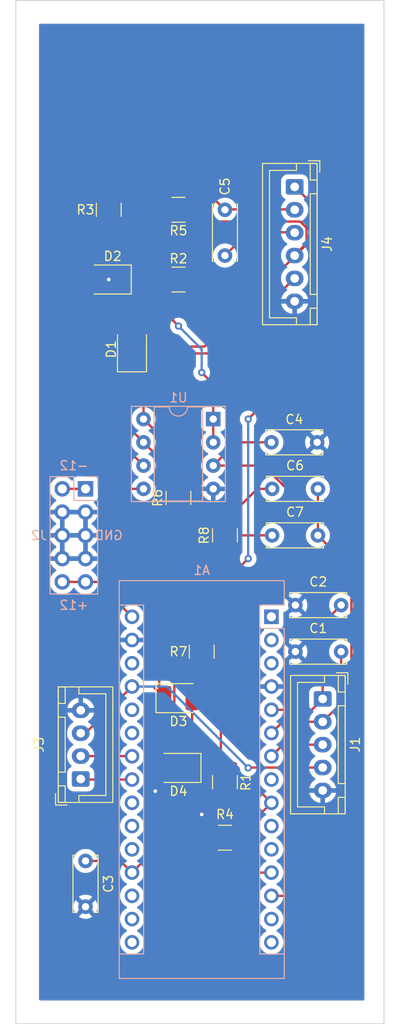
<source format=kicad_pcb>
(kicad_pcb (version 20211014) (generator pcbnew)
  (layers (0 "F.Cu" signal) (31 "B.Cu" signal) (34 "B.Paste" user) (35 "F.Paste" user) (36 "B.SilkS" user "B.Silkscreen") (37 "F.SilkS" user "F.Silkscreen") (38 "B.Mask" user) (39 "F.Mask" user) (44 "Edge.Cuts" user))
  (net 0 "")
  (net 4 "GND")
  (net 5 "EncoderCLK")
  (net 6 "EncoderDT")
  (net 7 "EncoderSW")
  (net 9 "ExternalTrigger")
  (net 12 "OffsetOut")
  (net 13 "LowPassInput")
  (net 19 "SignalIn")
  (net 23 "OLEDData")
  (net 24 "OLEDClock")
  (net 27 "+5V")
  (net 29 "+12V")
  (net 30 "Net-(C4-Pad1)")
  (net 31 "DCInput")
  (net 32 "ACInput")
  (net 33 "Net-(C6-Pad2)")
  (net 34 "Net-(D1-Pad2)")
  (net 35 "-12V")
  (net 36 "TriggerJack")
  (net 37 "PreGain")
  (net 38 "PostGain")
  (net 39 "OffsetVoltage")
  (footprint "Diode_SMD:D_1210_3225Metric_Pad1.42x2.65mm_HandSolder" (layer "F.Cu") (at 60.96 106.68)
    (fp_text reference "D3" (at 0 2.54) (layer "F.SilkS"))
    (fp_text value "D_Schottky")
    (fp_line (start -2.46 -1.585) (end -2.46 1.585) (layer "F.SilkS") (width 0.12))
    (fp_line (start 1.6 -1.585) (end -2.46 -1.585) (layer "F.SilkS") (width 0.12))
    (fp_line (start -2.46 1.585) (end 1.6 1.585) (layer "F.SilkS") (width 0.12))
    (pad "1" smd roundrect (at -1.4875 0) (size 1.425 2.65) (layers "F.Cu" "F.Paste" "F.Mask") (roundrect_rratio 0.175439) (net 27 "+5V"))
    (pad "2" smd roundrect (at 1.4875 0) (size 1.425 2.65) (layers "F.Cu" "F.Paste" "F.Mask") (roundrect_rratio 0.175439) (net 9 "ExternalTrigger"))
  )
  (footprint "Resistor_SMD:R_1210_3225Metric_Pad1.30x2.65mm_HandSolder" (layer "F.Cu") (at 66.04 88.9 90)
    (fp_text reference "R8" (at 0 -2.28 90) (layer "F.SilkS"))
    (fp_text value "1k O")
    (fp_line (start -0.723737 1.355) (end 0.723737 1.355) (layer "F.SilkS") (width 0.12))
    (fp_line (start -0.723737 -1.355) (end 0.723737 -1.355) (layer "F.SilkS") (width 0.12))
    (pad "1" smd roundrect (at -1.55 0 90) (size 1.3 2.65) (layers "F.Cu" "F.Paste" "F.Mask") (roundrect_rratio 0.192308) (net 19 "SignalIn"))
    (pad "2" smd roundrect (at 1.55 0 90) (size 1.3 2.65) (layers "F.Cu" "F.Paste" "F.Mask") (roundrect_rratio 0.192308) (net 33 "Net-(C6-Pad2)"))
  )
  (footprint "Capacitor_THT:C_Disc_D6.0mm_W2.5mm_P5.00mm" (layer "F.Cu") (at 66.04 53.34 -90)
    (fp_text reference "C5" (at -2.54 0 90) (layer "F.SilkS"))
    (fp_text value "4.7 uF")
    (fp_line (start 5.62 0.925) (end 5.62 1.37) (layer "F.SilkS") (width 0.12))
    (fp_line (start 5.62 -1.37) (end 5.62 -0.925) (layer "F.SilkS") (width 0.12))
    (fp_line (start -0.62 0.925) (end -0.62 1.37) (layer "F.SilkS") (width 0.12))
    (fp_line (start -0.62 1.37) (end 5.62 1.37) (layer "F.SilkS") (width 0.12))
    (fp_line (start -0.62 -1.37) (end -0.62 -0.925) (layer "F.SilkS") (width 0.12))
    (fp_line (start -0.62 -1.37) (end 5.62 -1.37) (layer "F.SilkS") (width 0.12))
    (pad "1" thru_hole circle (at 0 0 270) (size 1.6 1.6) (drill 0.8) (layers *.Cu *.Mask) (net 31 "DCInput"))
    (pad "2" thru_hole circle (at 5 0 270) (size 1.6 1.6) (drill 0.8) (layers *.Cu *.Mask) (net 32 "ACInput"))
  )
  (footprint "Diode_SMD:D_1210_3225Metric_Pad1.42x2.65mm_HandSolder" (layer "F.Cu") (at 60.96 114.3 180)
    (fp_text reference "D4" (at 0 -2.54) (layer "F.SilkS"))
    (fp_text value "D_Schottky")
    (fp_line (start -2.46 -1.585) (end -2.46 1.585) (layer "F.SilkS") (width 0.12))
    (fp_line (start 1.6 -1.585) (end -2.46 -1.585) (layer "F.SilkS") (width 0.12))
    (fp_line (start -2.46 1.585) (end 1.6 1.585) (layer "F.SilkS") (width 0.12))
    (pad "1" smd roundrect (at -1.4875 0 180) (size 1.425 2.65) (layers "F.Cu" "F.Paste" "F.Mask") (roundrect_rratio 0.175439) (net 9 "ExternalTrigger"))
    (pad "2" smd roundrect (at 1.4875 0 180) (size 1.425 2.65) (layers "F.Cu" "F.Paste" "F.Mask") (roundrect_rratio 0.175439) (net 4 "GND"))
  )
  (footprint "Resistor_SMD:R_1210_3225Metric_Pad1.30x2.65mm_HandSolder" (layer "F.Cu") (at 63.5 101.6 -90)
    (fp_text reference "R7" (at 0 2.54 180) (layer "F.SilkS"))
    (fp_text value "1k O")
    (fp_line (start -0.723737 -1.355) (end 0.723737 -1.355) (layer "F.SilkS") (width 0.12))
    (fp_line (start -0.723737 1.355) (end 0.723737 1.355) (layer "F.SilkS") (width 0.12))
    (pad "1" smd roundrect (at -1.55 0 270) (size 1.3 2.65) (layers "F.Cu" "F.Paste" "F.Mask") (roundrect_rratio 0.192308) (net 36 "TriggerJack"))
    (pad "2" smd roundrect (at 1.55 0 270) (size 1.3 2.65) (layers "F.Cu" "F.Paste" "F.Mask") (roundrect_rratio 0.192308) (net 9 "ExternalTrigger"))
  )
  (footprint "Resistor_SMD:R_1210_3225Metric_Pad1.30x2.65mm_HandSolder" (layer "F.Cu") (at 60.96 84.81 90)
    (fp_text reference "R6" (at 0 -2.28 90) (layer "F.SilkS"))
    (fp_text value "1k O")
    (fp_line (start -0.723737 1.355) (end 0.723737 1.355) (layer "F.SilkS") (width 0.12))
    (fp_line (start -0.723737 -1.355) (end 0.723737 -1.355) (layer "F.SilkS") (width 0.12))
    (pad "1" smd roundrect (at -1.55 0 90) (size 1.3 2.65) (layers "F.Cu" "F.Paste" "F.Mask") (roundrect_rratio 0.192308) (net 33 "Net-(C6-Pad2)"))
    (pad "2" smd roundrect (at 1.55 0 90) (size 1.3 2.65) (layers "F.Cu" "F.Paste" "F.Mask") (roundrect_rratio 0.192308) (net 38 "PostGain"))
  )
  (footprint "Diode_SMD:D_1210_3225Metric_Pad1.42x2.65mm_HandSolder" (layer "F.Cu") (at 53.34 60.96 180)
    (fp_text reference "D2" (at -0.43 2.54) (layer "F.SilkS"))
    (fp_text value "D_Schottky")
    (fp_line (start -2.46 -1.585) (end -2.46 1.585) (layer "F.SilkS") (width 0.12))
    (fp_line (start -2.46 1.585) (end 1.6 1.585) (layer "F.SilkS") (width 0.12))
    (fp_line (start 1.6 -1.585) (end -2.46 -1.585) (layer "F.SilkS") (width 0.12))
    (pad "1" smd roundrect (at -1.4875 0 180) (size 1.425 2.65) (layers "F.Cu" "F.Paste" "F.Mask") (roundrect_rratio 0.175439) (net 34 "Net-(D1-Pad2)"))
    (pad "2" smd roundrect (at 1.4875 0 180) (size 1.425 2.65) (layers "F.Cu" "F.Paste" "F.Mask") (roundrect_rratio 0.175439) (net 4 "GND"))
  )
  (footprint "Connector_JST:JST_XH_B6B-XH-A_1x06_P2.50mm_Vertical" (layer "F.Cu") (at 73.66 50.84 -90)
    (fp_text reference "J4" (at 6.25 -3.55 90) (layer "F.SilkS"))
    (fp_text value "Input Header")
    (fp_line (start 15.06 3.51) (end 15.06 -2.46) (layer "F.SilkS") (width 0.12))
    (fp_line (start -2.55 -2.45) (end -2.55 -1.7) (layer "F.SilkS") (width 0.12))
    (fp_line (start 15.06 -2.46) (end -2.56 -2.46) (layer "F.SilkS") (width 0.12))
    (fp_line (start 14.3 2.75) (end 6.25 2.75) (layer "F.SilkS") (width 0.12))
    (fp_line (start 0.75 -1.7) (end 11.75 -1.7) (layer "F.SilkS") (width 0.12))
    (fp_line (start -2.56 -2.46) (end -2.56 3.51) (layer "F.SilkS") (width 0.12))
    (fp_line (start -0.75 -2.45) (end -2.55 -2.45) (layer "F.SilkS") (width 0.12))
    (fp_line (start 13.25 -1.7) (end 15.05 -1.7) (layer "F.SilkS") (width 0.12))
    (fp_line (start -2.85 -2.75) (end -2.85 -1.5) (layer "F.SilkS") (width 0.12))
    (fp_line (start -1.8 -0.2) (end -1.8 2.75) (layer "F.SilkS") (width 0.12))
    (fp_line (start 0.75 -2.45) (end 0.75 -1.7) (layer "F.SilkS") (width 0.12))
    (fp_line (start -2.55 -0.2) (end -1.8 -0.2) (layer "F.SilkS") (width 0.12))
    (fp_line (start 14.3 -0.2) (end 14.3 2.75) (layer "F.SilkS") (width 0.12))
    (fp_line (start -2.55 -1.7) (end -0.75 -1.7) (layer "F.SilkS") (width 0.12))
    (fp_line (start 11.75 -1.7) (end 11.75 -2.45) (layer "F.SilkS") (width 0.12))
    (fp_line (start -2.56 3.51) (end 15.06 3.51) (layer "F.SilkS") (width 0.12))
    (fp_line (start -0.75 -1.7) (end -0.75 -2.45) (layer "F.SilkS") (width 0.12))
    (fp_line (start -1.6 -2.75) (end -2.85 -2.75) (layer "F.SilkS") (width 0.12))
    (fp_line (start 11.75 -2.45) (end 0.75 -2.45) (layer "F.SilkS") (width 0.12))
    (fp_line (start 15.05 -0.2) (end 14.3 -0.2) (layer "F.SilkS") (width 0.12))
    (fp_line (start -1.8 2.75) (end 6.25 2.75) (layer "F.SilkS") (width 0.12))
    (fp_line (start 13.25 -2.45) (end 13.25 -1.7) (layer "F.SilkS") (width 0.12))
    (fp_line (start 15.05 -2.45) (end 13.25 -2.45) (layer "F.SilkS") (width 0.12))
    (fp_line (start 15.05 -1.7) (end 15.05 -2.45) (layer "F.SilkS") (width 0.12))
    (pad "1" thru_hole roundrect (at 0 0 270) (size 1.7 1.95) (drill 0.95) (layers *.Cu *.Mask) (roundrect_rratio 0.147059) (net 36 "TriggerJack"))
    (pad "2" thru_hole oval (at 2.5 0 270) (size 1.7 1.95) (drill 0.95) (layers *.Cu *.Mask) (net 31 "DCInput"))
    (pad "3" thru_hole oval (at 5 0 270) (size 1.7 1.95) (drill 0.95) (layers *.Cu *.Mask) (net 32 "ACInput"))
    (pad "4" thru_hole oval (at 7.5 0 270) (size 1.7 1.95) (drill 0.95) (layers *.Cu *.Mask) (net 37 "PreGain"))
    (pad "5" thru_hole oval (at 10 0 270) (size 1.7 1.95) (drill 0.95) (layers *.Cu *.Mask) (net 38 "PostGain"))
    (pad "6" thru_hole oval (at 12.5 0 270) (size 1.7 1.95) (drill 0.95) (layers *.Cu *.Mask) (net 4 "GND"))
  )
  (footprint "Capacitor_THT:C_Disc_D6.0mm_W2.5mm_P5.00mm" (layer "F.Cu") (at 50.8 124.46 -90)
    (fp_text reference "C3" (at 2.5 -2.5 90) (layer "F.SilkS"))
    (fp_text value "470pf")
    (fp_line (start -0.62 0.925) (end -0.62 1.37) (layer "F.SilkS") (width 0.12))
    (fp_line (start -0.62 1.37) (end 5.62 1.37) (layer "F.SilkS") (width 0.12))
    (fp_line (start 5.62 0.925) (end 5.62 1.37) (layer "F.SilkS") (width 0.12))
    (fp_line (start -0.62 -1.37) (end -0.62 -0.925) (layer "F.SilkS") (width 0.12))
    (fp_line (start 5.62 -1.37) (end 5.62 -0.925) (layer "F.SilkS") (width 0.12))
    (fp_line (start -0.62 -1.37) (end 5.62 -1.37) (layer "F.SilkS") (width 0.12))
    (pad "1" thru_hole circle (at 0 0 270) (size 1.6 1.6) (drill 0.8) (layers *.Cu *.Mask) (net 19 "SignalIn"))
    (pad "2" thru_hole circle (at 5 0 270) (size 1.6 1.6) (drill 0.8) (layers *.Cu *.Mask) (net 4 "GND"))
  )
  (footprint "Connector_JST:JST_XH_B4B-XH-A_1x04_P2.50mm_Vertical" (layer "F.Cu") (at 50.275 115.51 90)
    (fp_text reference "J3" (at 3.75 -4.555 90) (layer "F.SilkS"))
    (fp_text value "OLED Header")
    (fp_line (start 10.05 -0.2) (end 9.3 -0.2) (layer "F.SilkS") (width 0.12))
    (fp_line (start -1.8 2.75) (end 3.75 2.75) (layer "F.SilkS") (width 0.12))
    (fp_line (start -1.8 -0.2) (end -1.8 2.75) (layer "F.SilkS") (width 0.12))
    (fp_line (start 10.06 -2.46) (end -2.56 -2.46) (layer "F.SilkS") (width 0.12))
    (fp_line (start 8.25 -2.45) (end 8.25 -1.7) (layer "F.SilkS") (width 0.12))
    (fp_line (start -2.55 -2.45) (end -2.55 -1.7) (layer "F.SilkS") (width 0.12))
    (fp_line (start 0.75 -2.45) (end 0.75 -1.7) (layer "F.SilkS") (width 0.12))
    (fp_line (start -1.6 -2.75) (end -2.85 -2.75) (layer "F.SilkS") (width 0.12))
    (fp_line (start -0.75 -2.45) (end -2.55 -2.45) (layer "F.SilkS") (width 0.12))
    (fp_line (start -2.56 3.51) (end 10.06 3.51) (layer "F.SilkS") (width 0.12))
    (fp_line (start 9.3 2.75) (end 3.75 2.75) (layer "F.SilkS") (width 0.12))
    (fp_line (start 10.05 -2.45) (end 8.25 -2.45) (layer "F.SilkS") (width 0.12))
    (fp_line (start 0.75 -1.7) (end 6.75 -1.7) (layer "F.SilkS") (width 0.12))
    (fp_line (start 10.06 3.51) (end 10.06 -2.46) (layer "F.SilkS") (width 0.12))
    (fp_line (start -2.55 -0.2) (end -1.8 -0.2) (layer "F.SilkS") (width 0.12))
    (fp_line (start -2.55 -1.7) (end -0.75 -1.7) (layer "F.SilkS") (width 0.12))
    (fp_line (start 8.25 -1.7) (end 10.05 -1.7) (layer "F.SilkS") (width 0.12))
    (fp_line (start 6.75 -1.7) (end 6.75 -2.45) (layer "F.SilkS") (width 0.12))
    (fp_line (start 9.3 -0.2) (end 9.3 2.75) (layer "F.SilkS") (width 0.12))
    (fp_line (start 10.05 -1.7) (end 10.05 -2.45) (layer "F.SilkS") (width 0.12))
    (fp_line (start -2.85 -2.75) (end -2.85 -1.5) (layer "F.SilkS") (width 0.12))
    (fp_line (start 6.75 -2.45) (end 0.75 -2.45) (layer "F.SilkS") (width 0.12))
    (fp_line (start -0.75 -1.7) (end -0.75 -2.45) (layer "F.SilkS") (width 0.12))
    (fp_line (start -2.56 -2.46) (end -2.56 3.51) (layer "F.SilkS") (width 0.12))
    (pad "1" thru_hole roundrect (at 0 0 90) (size 1.7 1.95) (drill 0.95) (layers *.Cu *.Mask) (roundrect_rratio 0.147059) (net 23 "OLEDData"))
    (pad "2" thru_hole oval (at 2.5 0 90) (size 1.7 1.95) (drill 0.95) (layers *.Cu *.Mask) (net 24 "OLEDClock"))
    (pad "3" thru_hole oval (at 5 0 90) (size 1.7 1.95) (drill 0.95) (layers *.Cu *.Mask) (net 27 "+5V"))
    (pad "4" thru_hole oval (at 7.5 0 90) (size 1.7 1.95) (drill 0.95) (layers *.Cu *.Mask) (net 4 "GND"))
  )
  (footprint "Capacitor_THT:C_Disc_D6.0mm_W2.5mm_P5.00mm" (layer "F.Cu") (at 71.12 78.74)
    (fp_text reference "C4" (at 2.5 -2.5) (layer "F.SilkS"))
    (fp_text value "1uF")
    (fp_line (start -0.62 -1.37) (end 5.62 -1.37) (layer "F.SilkS") (width 0.12))
    (fp_line (start -0.62 -1.37) (end -0.62 -0.925) (layer "F.SilkS") (width 0.12))
    (fp_line (start -0.62 1.37) (end 5.62 1.37) (layer "F.SilkS") (width 0.12))
    (fp_line (start 5.62 0.925) (end 5.62 1.37) (layer "F.SilkS") (width 0.12))
    (fp_line (start -0.62 0.925) (end -0.62 1.37) (layer "F.SilkS") (width 0.12))
    (fp_line (start 5.62 -1.37) (end 5.62 -0.925) (layer "F.SilkS") (width 0.12))
    (pad "1" thru_hole circle (at 0 0) (size 1.6 1.6) (drill 0.8) (layers *.Cu *.Mask) (net 30 "Net-(C4-Pad1)"))
    (pad "2" thru_hole circle (at 5 0) (size 1.6 1.6) (drill 0.8) (layers *.Cu *.Mask) (net 4 "GND"))
  )
  (footprint "Resistor_SMD:R_1210_3225Metric_Pad1.30x2.65mm_HandSolder" (layer "F.Cu") (at 60.96 60.96)
    (fp_text reference "R2" (at 0 -2.28) (layer "F.SilkS"))
    (fp_text value "10k O")
    (fp_line (start -0.723737 1.355) (end 0.723737 1.355) (layer "F.SilkS") (width 0.12))
    (fp_line (start -0.723737 -1.355) (end 0.723737 -1.355) (layer "F.SilkS") (width 0.12))
    (pad "1" smd roundrect (at -1.55 0) (size 1.3 2.65) (layers "F.Cu" "F.Paste" "F.Mask") (roundrect_rratio 0.192308) (net 34 "Net-(D1-Pad2)"))
    (pad "2" smd roundrect (at 1.55 0) (size 1.3 2.65) (layers "F.Cu" "F.Paste" "F.Mask") (roundrect_rratio 0.192308) (net 31 "DCInput"))
  )
  (footprint "Capacitor_THT:C_Disc_D6.0mm_W2.5mm_P5.00mm" (layer "F.Cu") (at 76.2 83.82 180)
    (fp_text reference "C6" (at 2.5 2.54) (layer "F.SilkS"))
    (fp_text value "22 nF")
    (fp_line (start 5.62 0.925) (end 5.62 1.37) (layer "F.SilkS") (width 0.12))
    (fp_line (start -0.62 -1.37) (end -0.62 -0.925) (layer "F.SilkS") (width 0.12))
    (fp_line (start -0.62 0.925) (end -0.62 1.37) (layer "F.SilkS") (width 0.12))
    (fp_line (start -0.62 1.37) (end 5.62 1.37) (layer "F.SilkS") (width 0.12))
    (fp_line (start 5.62 -1.37) (end 5.62 -0.925) (layer "F.SilkS") (width 0.12))
    (fp_line (start -0.62 -1.37) (end 5.62 -1.37) (layer "F.SilkS") (width 0.12))
    (pad "1" thru_hole circle (at 0 0 180) (size 1.6 1.6) (drill 0.8) (layers *.Cu *.Mask) (net 13 "LowPassInput"))
    (pad "2" thru_hole circle (at 5 0 180) (size 1.6 1.6) (drill 0.8) (layers *.Cu *.Mask) (net 33 "Net-(C6-Pad2)"))
  )
  (footprint "Resistor_SMD:R_1210_3225Metric_Pad1.30x2.65mm_HandSolder" (layer "F.Cu") (at 66.04 121.92 180)
    (fp_text reference "R4" (at 0 2.54) (layer "F.SilkS"))
    (fp_text value "100k O")
    (fp_line (start -0.723737 1.355) (end 0.723737 1.355) (layer "F.SilkS") (width 0.12))
    (fp_line (start -0.723737 -1.355) (end 0.723737 -1.355) (layer "F.SilkS") (width 0.12))
    (pad "1" smd roundrect (at -1.55 0 180) (size 1.3 2.65) (layers "F.Cu" "F.Paste" "F.Mask") (roundrect_rratio 0.192308) (net 9 "ExternalTrigger"))
    (pad "2" smd roundrect (at 1.55 0 180) (size 1.3 2.65) (layers "F.Cu" "F.Paste" "F.Mask") (roundrect_rratio 0.192308) (net 4 "GND"))
  )
  (footprint "Resistor_SMD:R_1210_3225Metric_Pad1.30x2.65mm_HandSolder" (layer "F.Cu") (at 53.34 53.34 90)
    (fp_text reference "R3" (at 0 -2.54 180) (layer "F.SilkS"))
    (fp_text value "47k O")
    (fp_line (start -0.723737 -1.355) (end 0.723737 -1.355) (layer "F.SilkS") (width 0.12))
    (fp_line (start -0.723737 1.355) (end 0.723737 1.355) (layer "F.SilkS") (width 0.12))
    (pad "1" smd roundrect (at -1.55 0 90) (size 1.3 2.65) (layers "F.Cu" "F.Paste" "F.Mask") (roundrect_rratio 0.192308) (net 34 "Net-(D1-Pad2)"))
    (pad "2" smd roundrect (at 1.55 0 90) (size 1.3 2.65) (layers "F.Cu" "F.Paste" "F.Mask") (roundrect_rratio 0.192308) (net 39 "OffsetVoltage"))
  )
  (footprint "Capacitor_THT:C_Disc_D6.0mm_W2.5mm_P5.00mm" (layer "F.Cu") (at 78.74 101.6 180)
    (fp_text reference "C1" (at 2.5 2.54) (layer "F.SilkS"))
    (fp_text value "0.01uF")
    (fp_line (start -0.62 -1.37) (end -0.62 -0.925) (layer "F.SilkS") (width 0.12))
    (fp_line (start -0.62 0.925) (end -0.62 1.37) (layer "F.SilkS") (width 0.12))
    (fp_line (start -0.62 -1.37) (end 5.62 -1.37) (layer "F.SilkS") (width 0.12))
    (fp_line (start 5.62 -1.37) (end 5.62 -0.925) (layer "F.SilkS") (width 0.12))
    (fp_line (start -0.62 1.37) (end 5.62 1.37) (layer "F.SilkS") (width 0.12))
    (fp_line (start 5.62 0.925) (end 5.62 1.37) (layer "F.SilkS") (width 0.12))
    (pad "1" thru_hole circle (at 0 0 180) (size 1.6 1.6) (drill 0.8) (layers *.Cu *.Mask) (net 6 "EncoderDT"))
    (pad "2" thru_hole circle (at 5 0 180) (size 1.6 1.6) (drill 0.8) (layers *.Cu *.Mask) (net 4 "GND"))
  )
  (footprint "Capacitor_THT:C_Disc_D6.0mm_W2.5mm_P5.00mm" (layer "F.Cu") (at 78.74 96.52 180)
    (fp_text reference "C2" (at 2.5 2.54) (layer "F.SilkS"))
    (fp_text value "0.01uF")
    (fp_line (start -0.62 1.37) (end 5.62 1.37) (layer "F.SilkS") (width 0.12))
    (fp_line (start -0.62 0.925) (end -0.62 1.37) (layer "F.SilkS") (width 0.12))
    (fp_line (start 5.62 -1.37) (end 5.62 -0.925) (layer "F.SilkS") (width 0.12))
    (fp_line (start -0.62 -1.37) (end 5.62 -1.37) (layer "F.SilkS") (width 0.12))
    (fp_line (start -0.62 -1.37) (end -0.62 -0.925) (layer "F.SilkS") (width 0.12))
    (fp_line (start 5.62 0.925) (end 5.62 1.37) (layer "F.SilkS") (width 0.12))
    (pad "1" thru_hole circle (at 0 0 180) (size 1.6 1.6) (drill 0.8) (layers *.Cu *.Mask) (net 5 "EncoderCLK"))
    (pad "2" thru_hole circle (at 5 0 180) (size 1.6 1.6) (drill 0.8) (layers *.Cu *.Mask) (net 4 "GND"))
  )
  (footprint "Resistor_SMD:R_1210_3225Metric_Pad1.30x2.65mm_HandSolder" (layer "F.Cu") (at 66.04 115.85 -90)
    (fp_text reference "R1" (at 0 -2.28 90) (layer "F.SilkS"))
    (fp_text value "47k O")
    (fp_line (start -0.723737 -1.355) (end 0.723737 -1.355) (layer "F.SilkS") (width 0.12))
    (fp_line (start -0.723737 1.355) (end 0.723737 1.355) (layer "F.SilkS") (width 0.12))
    (pad "1" smd roundrect (at -1.55 0 270) (size 1.3 2.65) (layers "F.Cu" "F.Paste" "F.Mask") (roundrect_rratio 0.192308) (net 30 "Net-(C4-Pad1)"))
    (pad "2" smd roundrect (at 1.55 0 270) (size 1.3 2.65) (layers "F.Cu" "F.Paste" "F.Mask") (roundrect_rratio 0.192308) (net 12 "OffsetOut"))
  )
  (footprint "Resistor_SMD:R_1210_3225Metric_Pad1.30x2.65mm_HandSolder" (layer "F.Cu") (at 60.96 53.34 180)
    (fp_text reference "R5" (at 0 -2.28) (layer "F.SilkS"))
    (fp_text value "10k O")
    (fp_line (start -0.723737 -1.355) (end 0.723737 -1.355) (layer "F.SilkS") (width 0.12))
    (fp_line (start -0.723737 1.355) (end 0.723737 1.355) (layer "F.SilkS") (width 0.12))
    (pad "1" smd roundrect (at -1.55 0 180) (size 1.3 2.65) (layers "F.Cu" "F.Paste" "F.Mask") (roundrect_rratio 0.192308) (net 37 "PreGain"))
    (pad "2" smd roundrect (at 1.55 0 180) (size 1.3 2.65) (layers "F.Cu" "F.Paste" "F.Mask") (roundrect_rratio 0.192308) (net 39 "OffsetVoltage"))
  )
  (footprint "Capacitor_THT:C_Disc_D6.0mm_W2.5mm_P5.00mm" (layer "F.Cu") (at 76.2 88.9 180)
    (fp_text reference "C7" (at 2.5 2.54) (layer "F.SilkS"))
    (fp_text value "22 nF")
    (fp_line (start -0.62 0.925) (end -0.62 1.37) (layer "F.SilkS") (width 0.12))
    (fp_line (start 5.62 -1.37) (end 5.62 -0.925) (layer "F.SilkS") (width 0.12))
    (fp_line (start 5.62 0.925) (end 5.62 1.37) (layer "F.SilkS") (width 0.12))
    (fp_line (start -0.62 -1.37) (end -0.62 -0.925) (layer "F.SilkS") (width 0.12))
    (fp_line (start -0.62 1.37) (end 5.62 1.37) (layer "F.SilkS") (width 0.12))
    (fp_line (start -0.62 -1.37) (end 5.62 -1.37) (layer "F.SilkS") (width 0.12))
    (pad "1" thru_hole circle (at 0 0 180) (size 1.6 1.6) (drill 0.8) (layers *.Cu *.Mask) (net 13 "LowPassInput"))
    (pad "2" thru_hole circle (at 5 0 180) (size 1.6 1.6) (drill 0.8) (layers *.Cu *.Mask) (net 19 "SignalIn"))
  )
  (footprint "Connector_JST:JST_XH_B5B-XH-A_1x05_P2.50mm_Vertical" (layer "F.Cu") (at 76.725 106.76 -90)
    (fp_text reference "J1" (at 5 -3.55 90) (layer "F.SilkS"))
    (fp_text value "Encoder Header")
    (fp_line (start 12.56 3.51) (end 12.56 -2.46) (layer "F.SilkS") (width 0.12))
    (fp_line (start -2.55 -2.45) (end -2.55 -1.7) (layer "F.SilkS") (width 0.12))
    (fp_line (start 11.8 -0.2) (end 11.8 2.75) (layer "F.SilkS") (width 0.12))
    (fp_line (start -2.56 -2.46) (end -2.56 3.51) (layer "F.SilkS") (width 0.12))
    (fp_line (start -1.6 -2.75) (end -2.85 -2.75) (layer "F.SilkS") (width 0.12))
    (fp_line (start 11.8 2.75) (end 5 2.75) (layer "F.SilkS") (width 0.12))
    (fp_line (start -1.8 -0.2) (end -1.8 2.75) (layer "F.SilkS") (width 0.12))
    (fp_line (start -2.55 -1.7) (end -0.75 -1.7) (layer "F.SilkS") (width 0.12))
    (fp_line (start 0.75 -2.45) (end 0.75 -1.7) (layer "F.SilkS") (width 0.12))
    (fp_line (start -0.75 -1.7) (end -0.75 -2.45) (layer "F.SilkS") (width 0.12))
    (fp_line (start 10.75 -2.45) (end 10.75 -1.7) (layer "F.SilkS") (width 0.12))
    (fp_line (start 12.55 -0.2) (end 11.8 -0.2) (layer "F.SilkS") (width 0.12))
    (fp_line (start -2.85 -2.75) (end -2.85 -1.5) (layer "F.SilkS") (width 0.12))
    (fp_line (start 0.75 -1.7) (end 9.25 -1.7) (layer "F.SilkS") (width 0.12))
    (fp_line (start 12.56 -2.46) (end -2.56 -2.46) (layer "F.SilkS") (width 0.12))
    (fp_line (start -1.8 2.75) (end 5 2.75) (layer "F.SilkS") (width 0.12))
    (fp_line (start 9.25 -1.7) (end 9.25 -2.45) (layer "F.SilkS") (width 0.12))
    (fp_line (start -0.75 -2.45) (end -2.55 -2.45) (layer "F.SilkS") (width 0.12))
    (fp_line (start 12.55 -1.7) (end 12.55 -2.45) (layer "F.SilkS") (width 0.12))
    (fp_line (start 10.75 -1.7) (end 12.55 -1.7) (layer "F.SilkS") (width 0.12))
    (fp_line (start -2.56 3.51) (end 12.56 3.51) (layer "F.SilkS") (width 0.12))
    (fp_line (start -2.55 -0.2) (end -1.8 -0.2) (layer "F.SilkS") (width 0.12))
    (fp_line (start 12.55 -2.45) (end 10.75 -2.45) (layer "F.SilkS") (width 0.12))
    (fp_line (start 9.25 -2.45) (end 0.75 -2.45) (layer "F.SilkS") (width 0.12))
    (pad "1" thru_hole roundrect (at 0 0 270) (size 1.7 1.95) (drill 0.95) (layers *.Cu *.Mask) (roundrect_rratio 0.147059) (net 5 "EncoderCLK"))
    (pad "2" thru_hole oval (at 2.5 0 270) (size 1.7 1.95) (drill 0.95) (layers *.Cu *.Mask) (net 6 "EncoderDT"))
    (pad "3" thru_hole oval (at 5 0 270) (size 1.7 1.95) (drill 0.95) (layers *.Cu *.Mask) (net 7 "EncoderSW"))
    (pad "4" thru_hole oval (at 7.5 0 270) (size 1.7 1.95) (drill 0.95) (layers *.Cu *.Mask) (net 27 "+5V"))
    (pad "5" thru_hole oval (at 10 0 270) (size 1.7 1.95) (drill 0.95) (layers *.Cu *.Mask) (net 4 "GND"))
  )
  (footprint "Diode_SMD:D_1210_3225Metric_Pad1.42x2.65mm_HandSolder" (layer "F.Cu") (at 55.88 68.58 90)
    (fp_text reference "D1" (at 0 -2.28 90) (layer "F.SilkS"))
    (fp_text value "D_Schottky")
    (fp_line (start -2.46 -1.585) (end -2.46 1.585) (layer "F.SilkS") (width 0.12))
    (fp_line (start -2.46 1.585) (end 1.6 1.585) (layer "F.SilkS") (width 0.12))
    (fp_line (start 1.6 -1.585) (end -2.46 -1.585) (layer "F.SilkS") (width 0.12))
    (pad "1" smd roundrect (at -1.4875 0 90) (size 1.425 2.65) (layers "F.Cu" "F.Paste" "F.Mask") (roundrect_rratio 0.175439) (net 27 "+5V"))
    (pad "2" smd roundrect (at 1.4875 0 90) (size 1.425 2.65) (layers "F.Cu" "F.Paste" "F.Mask") (roundrect_rratio 0.175439) (net 34 "Net-(D1-Pad2)"))
  )
  (footprint "Module:Arduino_Nano" (layer "B.Cu") (at 71.12 97.79 180)
    (fp_text reference "A1" (at 7.62 5.08) (layer "B.SilkS") (effects (justify mirror)))
    (fp_text value "Nano")
    (fp_line (start 1.27 -1.27) (end -1.4 -1.27) (layer "B.SilkS") (width 0.12))
    (fp_line (start -1.4 3.94) (end -1.4 1.27) (layer "B.SilkS") (width 0.12))
    (fp_line (start 13.97 -36.83) (end 16.64 -36.83) (layer "B.SilkS") (width 0.12))
    (fp_line (start 13.97 1.27) (end 13.97 -36.83) (layer "B.SilkS") (width 0.12))
    (fp_line (start 1.27 1.27) (end -1.4 1.27) (layer "B.SilkS") (width 0.12))
    (fp_line (start 1.27 -36.83) (end -1.4 -36.83) (layer "B.SilkS") (width 0.12))
    (fp_line (start 1.27 -1.27) (end 1.27 -36.83) (layer "B.SilkS") (width 0.12))
    (fp_line (start 16.64 -39.5) (end 16.64 3.94) (layer "B.SilkS") (width 0.12))
    (fp_line (start 13.97 1.27) (end 16.64 1.27) (layer "B.SilkS") (width 0.12))
    (fp_line (start 16.64 3.94) (end -1.4 3.94) (layer "B.SilkS") (width 0.12))
    (fp_line (start 1.27 -1.27) (end 1.27 1.27) (layer "B.SilkS") (width 0.12))
    (fp_line (start -1.4 -39.5) (end 16.64 -39.5) (layer "B.SilkS") (width 0.12))
    (fp_line (start -1.4 -1.27) (end -1.4 -39.5) (layer "B.SilkS") (width 0.12))
    (pad "1" thru_hole rect (at 0 0 180) (size 1.6 1.6) (drill 1) (layers *.Cu *.Mask))
    (pad "2" thru_hole oval (at 0 -2.54 180) (size 1.6 1.6) (drill 1) (layers *.Cu *.Mask))
    (pad "3" thru_hole oval (at 0 -5.08 180) (size 1.6 1.6) (drill 1) (layers *.Cu *.Mask))
    (pad "4" thru_hole oval (at 0 -7.62 180) (size 1.6 1.6) (drill 1) (layers *.Cu *.Mask) (net 4 "GND"))
    (pad "5" thru_hole oval (at 0 -10.16 180) (size 1.6 1.6) (drill 1) (layers *.Cu *.Mask) (net 5 "EncoderCLK"))
    (pad "6" thru_hole oval (at 0 -12.7 180) (size 1.6 1.6) (drill 1) (layers *.Cu *.Mask) (net 6 "EncoderDT"))
    (pad "7" thru_hole oval (at 0 -15.24 180) (size 1.6 1.6) (drill 1) (layers *.Cu *.Mask) (net 7 "EncoderSW"))
    (pad "8" thru_hole oval (at 0 -17.78 180) (size 1.6 1.6) (drill 1) (layers *.Cu *.Mask))
    (pad "9" thru_hole oval (at 0 -20.32 180) (size 1.6 1.6) (drill 1) (layers *.Cu *.Mask) (net 9 "ExternalTrigger"))
    (pad "10" thru_hole oval (at 0 -22.86 180) (size 1.6 1.6) (drill 1) (layers *.Cu *.Mask))
    (pad "11" thru_hole oval (at 0 -25.4 180) (size 1.6 1.6) (drill 1) (layers *.Cu *.Mask))
    (pad "12" thru_hole oval (at 0 -27.94 180) (size 1.6 1.6) (drill 1) (layers *.Cu *.Mask) (net 12 "OffsetOut"))
    (pad "13" thru_hole oval (at 0 -30.48 180) (size 1.6 1.6) (drill 1) (layers *.Cu *.Mask) (net 13 "LowPassInput"))
    (pad "14" thru_hole oval (at 0 -33.02 180) (size 1.6 1.6) (drill 1) (layers *.Cu *.Mask))
    (pad "15" thru_hole oval (at 0 -35.56 180) (size 1.6 1.6) (drill 1) (layers *.Cu *.Mask))
    (pad "16" thru_hole oval (at 15.24 -35.56 180) (size 1.6 1.6) (drill 1) (layers *.Cu *.Mask))
    (pad "17" thru_hole oval (at 15.24 -33.02 180) (size 1.6 1.6) (drill 1) (layers *.Cu *.Mask))
    (pad "18" thru_hole oval (at 15.24 -30.48 180) (size 1.6 1.6) (drill 1) (layers *.Cu *.Mask))
    (pad "19" thru_hole oval (at 15.24 -27.94 180) (size 1.6 1.6) (drill 1) (layers *.Cu *.Mask) (net 19 "SignalIn"))
    (pad "20" thru_hole oval (at 15.24 -25.4 180) (size 1.6 1.6) (drill 1) (layers *.Cu *.Mask))
    (pad "21" thru_hole oval (at 15.24 -22.86 180) (size 1.6 1.6) (drill 1) (layers *.Cu *.Mask))
    (pad "22" thru_hole oval (at 15.24 -20.32 180) (size 1.6 1.6) (drill 1) (layers *.Cu *.Mask))
    (pad "23" thru_hole oval (at 15.24 -17.78 180) (size 1.6 1.6) (drill 1) (layers *.Cu *.Mask) (net 23 "OLEDData"))
    (pad "24" thru_hole oval (at 15.24 -15.24 180) (size 1.6 1.6) (drill 1) (layers *.Cu *.Mask) (net 24 "OLEDClock"))
    (pad "25" thru_hole oval (at 15.24 -12.7 180) (size 1.6 1.6) (drill 1) (layers *.Cu *.Mask))
    (pad "26" thru_hole oval (at 15.24 -10.16 180) (size 1.6 1.6) (drill 1) (layers *.Cu *.Mask))
    (pad "27" thru_hole oval (at 15.24 -7.62 180) (size 1.6 1.6) (drill 1) (layers *.Cu *.Mask) (net 27 "+5V"))
    (pad "28" thru_hole oval (at 15.24 -5.08 180) (size 1.6 1.6) (drill 1) (layers *.Cu *.Mask))
    (pad "29" thru_hole oval (at 15.24 -2.54 180) (size 1.6 1.6) (drill 1) (layers *.Cu *.Mask) (net 4 "GND"))
    (pad "30" thru_hole oval (at 15.24 0 180) (size 1.6 1.6) (drill 1) (layers *.Cu *.Mask) (net 29 "+12V"))
  )
  (footprint "Package_DIP:DIP-8_W7.62mm_Socket" (layer "B.Cu") (at 64.76 76.2 180)
    (fp_text reference "U1" (at 3.81 2.33) (layer "B.SilkS") (effects (justify mirror)))
    (fp_text value "Opamp_Dual")
    (fp_line (start 6.46 1.33) (end 4.81 1.33) (layer "B.SilkS") (width 0.12))
    (fp_line (start 8.95 1.39) (end -1.33 1.39) (layer "B.SilkS") (width 0.12))
    (fp_line (start 1.16 1.33) (end 1.16 -8.95) (layer "B.SilkS") (width 0.12))
    (fp_line (start 8.95 -9.01) (end 8.95 1.39) (layer "B.SilkS") (width 0.12))
    (fp_line (start -1.33 -9.01) (end 8.95 -9.01) (layer "B.SilkS") (width 0.12))
    (fp_line (start -1.33 1.39) (end -1.33 -9.01) (layer "B.SilkS") (width 0.12))
    (fp_line (start 6.46 -8.95) (end 6.46 1.33) (layer "B.SilkS") (width 0.12))
    (fp_line (start 1.16 -8.95) (end 6.46 -8.95) (layer "B.SilkS") (width 0.12))
    (fp_line (start 2.81 1.33) (end 1.16 1.33) (layer "B.SilkS") (width 0.12))
    (fp_arc (start 2.81 1.33) (mid 3.81 0.33) (end 4.81 1.33) (layer "B.SilkS") (width 0.12))
    (pad "1" thru_hole rect (at 0 0 180) (size 1.6 1.6) (drill 0.8) (layers *.Cu *.Mask) (net 39 "OffsetVoltage"))
    (pad "2" thru_hole oval (at 0 -2.54 180) (size 1.6 1.6) (drill 0.8) (layers *.Cu *.Mask) (net 39 "OffsetVoltage"))
    (pad "3" thru_hole oval (at 0 -5.08 180) (size 1.6 1.6) (drill 0.8) (layers *.Cu *.Mask) (net 30 "Net-(C4-Pad1)"))
    (pad "4" thru_hole oval (at 0 -7.62 180) (size 1.6 1.6) (drill 0.8) (layers *.Cu *.Mask) (net 4 "GND"))
    (pad "5" thru_hole oval (at 7.62 -7.62 180) (size 1.6 1.6) (drill 0.8) (layers *.Cu *.Mask) (net 34 "Net-(D1-Pad2)"))
    (pad "6" thru_hole oval (at 7.62 -5.08 180) (size 1.6 1.6) (drill 0.8) (layers *.Cu *.Mask) (net 37 "PreGain"))
    (pad "7" thru_hole oval (at 7.62 -2.54 180) (size 1.6 1.6) (drill 0.8) (layers *.Cu *.Mask) (net 38 "PostGain"))
    (pad "8" thru_hole oval (at 7.62 0 180) (size 1.6 1.6) (drill 0.8) (layers *.Cu *.Mask) (net 27 "+5V"))
  )
  (footprint "Connector_PinHeader_2.54mm:PinHeader_2x05_P2.54mm_Vertical" (layer "B.Cu") (at 50.8 83.82 180)
    (fp_text reference "J2" (at 5.08 -5.08) (layer "B.SilkS") (effects (justify mirror)))
    (fp_text value "10-Pin uZeus Power")
    (fp_line (start 1.27 1.33) (end 3.87 1.33) (layer "B.SilkS") (width 0.12))
    (fp_line (start 1.27 -1.27) (end 1.27 1.33) (layer "B.SilkS") (width 0.12))
    (fp_line (start -1.33 -1.27) (end 1.27 -1.27) (layer "B.SilkS") (width 0.12))
    (fp_line (start -1.33 0) (end -1.33 1.33) (layer "B.SilkS") (width 0.12))
    (fp_line (start -1.33 -1.27) (end -1.33 -11.49) (layer "B.SilkS") (width 0.12))
    (fp_line (start 3.87 1.33) (end 3.87 -11.49) (layer "B.SilkS") (width 0.12))
    (fp_line (start -1.33 -11.49) (end 3.87 -11.49) (layer "B.SilkS") (width 0.12))
    (fp_line (start -1.33 1.33) (end 0 1.33) (layer "B.SilkS") (width 0.12))
    (pad "1" thru_hole rect (at 0 0 180) (size 1.7 1.7) (drill 1) (layers *.Cu *.Mask) (net 35 "-12V"))
    (pad "2" thru_hole oval (at 2.54 0 180) (size 1.7 1.7) (drill 1) (layers *.Cu *.Mask) (net 35 "-12V"))
    (pad "3" thru_hole oval (at 0 -2.54 180) (size 1.7 1.7) (drill 1) (layers *.Cu *.Mask) (net 4 "GND"))
    (pad "4" thru_hole oval (at 2.54 -2.54 180) (size 1.7 1.7) (drill 1) (layers *.Cu *.Mask) (net 4 "GND"))
    (pad "5" thru_hole oval (at 0 -5.08 180) (size 1.7 1.7) (drill 1) (layers *.Cu *.Mask) (net 4 "GND"))
    (pad "6" thru_hole oval (at 2.54 -5.08 180) (size 1.7 1.7) (drill 1) (layers *.Cu *.Mask) (net 4 "GND"))
    (pad "7" thru_hole oval (at 0 -7.62 180) (size 1.7 1.7) (drill 1) (layers *.Cu *.Mask) (net 4 "GND"))
    (pad "8" thru_hole oval (at 2.54 -7.62 180) (size 1.7 1.7) (drill 1) (layers *.Cu *.Mask) (net 4 "GND"))
    (pad "9" thru_hole oval (at 0 -10.16 180) (size 1.7 1.7) (drill 1) (layers *.Cu *.Mask) (net 29 "+12V"))
    (pad "10" thru_hole oval (at 2.54 -10.16 180) (size 1.7 1.7) (drill 1) (layers *.Cu *.Mask) (net 29 "+12V"))
  )
  (gr_rect (start 43.18 30.48) (end 83.42 142.24) (layer "Edge.Cuts") (width 0.1) (fill none))
  (gr_text "+12" (at 49.53 96.52) (layer "B.SilkS") (effects (font (size 1 1)) (justify mirror)))
  (gr_text "-12" (at 49.53 81.28) (layer "B.SilkS") (effects (font (size 1 1)) (justify mirror)))
  (gr_text "GND" (at 53.34 88.9) (layer "B.SilkS") (effects (font (size 1 1)) (justify mirror)))
  (segment (start 64.49 121.92) (end 63.5 120.93) (width 0.25) (layer "F.Cu") (net 4))
  (segment (start 51.8525 60.96) (end 53.34 60.96) (width 0.25) (layer "F.Cu") (net 4))
  (segment (start 58.42 115.3525) (end 58.42 116.84) (width 0.25) (layer "F.Cu") (net 4))
  (segment (start 63.5 120.93) (end 63.5 119.38) (width 0.25) (layer "F.Cu") (net 4))
  (segment (start 59.4725 114.3) (end 58.42 115.3525) (width 0.25) (layer "F.Cu") (net 4))
  (via (at 63.5 119.38) (size 0.8) (drill 0.4) (layers "F.Cu" "B.Cu") (net 4))
  (via (at 53.34 60.96) (size 0.8) (drill 0.4) (layers "F.Cu" "B.Cu") (net 4))
  (via (at 58.42 116.84) (size 0.8) (drill 0.4) (layers "F.Cu" "B.Cu") (net 4))
  (segment (start 75.535 107.95) (end 71.12 107.95) (width 0.25) (layer "F.Cu") (net 5))
  (segment (start 78.74 96.52) (end 76.725 98.535) (width 0.25) (layer "F.Cu") (net 5))
  (segment (start 76.725 106.76) (end 75.535 107.95) (width 0.25) (layer "F.Cu") (net 5))
  (segment (start 76.725 98.535) (end 76.725 106.76) (width 0.25) (layer "F.Cu") (net 5))
  (segment (start 76.725 109.26) (end 72.35 109.26) (width 0.25) (layer "F.Cu") (net 6))
  (segment (start 78.74 107.245) (end 76.725 109.26) (width 0.25) (layer "F.Cu") (net 6))
  (segment (start 78.74 101.6) (end 78.74 107.245) (width 0.25) (layer "F.Cu") (net 6))
  (segment (start 72.35 109.26) (end 71.12 110.49) (width 0.25) (layer "F.Cu") (net 6))
  (segment (start 76.725 111.76) (end 72.39 111.76) (width 0.25) (layer "F.Cu") (net 7))
  (segment (start 72.39 111.76) (end 71.12 113.03) (width 0.25) (layer "F.Cu") (net 7))
  (segment (start 63.5 103.15) (end 62.4475 104.2025) (width 0.25) (layer "F.Cu") (net 9))
  (segment (start 62.4475 104.2025) (end 62.4475 106.68) (width 0.25) (layer "F.Cu") (net 9))
  (segment (start 67.59 121.64) (end 67.59 121.92) (width 0.25) (layer "F.Cu") (net 9))
  (segment (start 62.4475 106.68) (end 62.4475 114.3) (width 0.25) (layer "F.Cu") (net 9))
  (segment (start 68.285 115.275) (end 71.12 118.11) (width 0.25) (layer "F.Cu") (net 9))
  (segment (start 63.4225 115.275) (end 68.285 115.275) (width 0.25) (layer "F.Cu") (net 9))
  (segment (start 71.12 118.11) (end 67.59 121.64) (width 0.25) (layer "F.Cu") (net 9))
  (segment (start 62.4475 114.3) (end 63.4225 115.275) (width 0.25) (layer "F.Cu") (net 9))
  (segment (start 69.111827 125.73) (end 71.12 125.73) (width 0.25) (layer "F.Cu") (net 12))
  (segment (start 66.04 117.4) (end 66.04 122.658173) (width 0.25) (layer "F.Cu") (net 12))
  (segment (start 66.04 122.658173) (end 69.111827 125.73) (width 0.25) (layer "F.Cu") (net 12))
  (segment (start 79.865 123.083173) (end 74.678173 128.27) (width 0.25) (layer "F.Cu") (net 13))
  (segment (start 74.678173 128.27) (end 71.12 128.27) (width 0.25) (layer "F.Cu") (net 13))
  (segment (start 76.2 83.82) (end 76.2 88.9) (width 0.25) (layer "F.Cu") (net 13))
  (segment (start 79.865 92.565) (end 79.865 123.083173) (width 0.25) (layer "F.Cu") (net 13))
  (segment (start 76.2 88.9) (end 79.865 92.565) (width 0.25) (layer "F.Cu") (net 13))
  (segment (start 67.59 88.9) (end 66.04 90.45) (width 0.25) (layer "F.Cu") (net 19))
  (segment (start 54.61 124.46) (end 55.88 125.73) (width 0.25) (layer "F.Cu") (net 19))
  (segment (start 60.51 104.14) (end 60.51 121.1) (width 0.25) (layer "F.Cu") (net 19))
  (segment (start 59.31 102.94) (end 60.51 104.14) (width 0.25) (layer "F.Cu") (net 19))
  (segment (start 66.04 90.45) (end 65.731827 90.45) (width 0.25) (layer "F.Cu") (net 19))
  (segment (start 60.51 121.1) (end 55.88 125.73) (width 0.25) (layer "F.Cu") (net 19))
  (segment (start 59.31 96.871827) (end 59.31 102.94) (width 0.25) (layer "F.Cu") (net 19))
  (segment (start 71.2 88.9) (end 67.59 88.9) (width 0.25) (layer "F.Cu") (net 19))
  (segment (start 50.8 124.46) (end 54.61 124.46) (width 0.25) (layer "F.Cu") (net 19))
  (segment (start 65.731827 90.45) (end 59.31 96.871827) (width 0.25) (layer "F.Cu") (net 19))
  (segment (start 50.335 115.57) (end 55.88 115.57) (width 0.25) (layer "F.Cu") (net 23))
  (segment (start 50.275 115.51) (end 50.335 115.57) (width 0.25) (layer "F.Cu") (net 23))
  (segment (start 50.275 113.01) (end 55.86 113.01) (width 0.25) (layer "F.Cu") (net 24))
  (segment (start 55.86 113.01) (end 55.88 113.03) (width 0.25) (layer "F.Cu") (net 24))
  (segment (start 76.725 114.26) (end 68.62 114.26) (width 0.25) (layer "F.Cu") (net 27))
  (segment (start 62.273173 84.235) (end 60.545 84.235) (width 0.25) (layer "F.Cu") (net 27))
  (segment (start 58.2025 105.41) (end 59.4725 106.68) (width 0.25) (layer "F.Cu") (net 27))
  (segment (start 55.88 70.0675) (end 57.14 71.3275) (width 0.25) (layer "F.Cu") (net 27))
  (segment (start 55.88 105.41) (end 58.2025 105.41) (width 0.25) (layer "F.Cu") (net 27))
  (segment (start 63.345 82.405) (end 57.14 76.2) (width 0.25) (layer "F.Cu") (net 27))
  (segment (start 60.545 84.235) (end 58.86 85.92) (width 0.25) (layer "F.Cu") (net 27))
  (segment (start 63.345 82.405) (end 63.345 83.163173) (width 0.25) (layer "F.Cu") (net 27))
  (segment (start 57.14 71.3275) (end 57.14 76.2) (width 0.25) (layer "F.Cu") (net 27))
  (segment (start 58.86 85.92) (end 58.86 106.0675) (width 0.25) (layer "F.Cu") (net 27))
  (segment (start 50.275 110.51) (end 50.78 110.51) (width 0.25) (layer "F.Cu") (net 27))
  (segment (start 63.345 83.163173) (end 62.273173 84.235) (width 0.25) (layer "F.Cu") (net 27))
  (segment (start 58.86 106.0675) (end 59.4725 106.68) (width 0.25) (layer "F.Cu") (net 27))
  (segment (start 50.78 110.51) (end 55.88 105.41) (width 0.25) (layer "F.Cu") (net 27))
  (segment (start 68.62 114.26) (end 68.58 114.3) (width 0.25) (layer "F.Cu") (net 27))
  (via (at 68.58 114.3) (size 0.8) (drill 0.4) (layers "F.Cu" "B.Cu") (net 27))
  (segment (start 68.58 114.3) (end 59.69 105.41) (width 0.25) (layer "B.Cu") (net 27))
  (segment (start 59.69 105.41) (end 55.88 105.41) (width 0.25) (layer "B.Cu") (net 27))
  (segment (start 55.88 97.79) (end 52.07 93.98) (width 0.25) (layer "F.Cu") (net 29))
  (segment (start 52.07 93.98) (end 48.26 93.98) (width 0.25) (layer "F.Cu") (net 29))
  (segment (start 50.8 93.98) (end 48.26 93.98) (width 0.25) (layer "F.Cu") (net 29))
  (segment (start 73.66 91.44) (end 65.59 99.51) (width 0.25) (layer "F.Cu") (net 30))
  (segment (start 65.59 113.85) (end 66.04 114.3) (width 0.25) (layer "F.Cu") (net 30))
  (segment (start 65.59 99.51) (end 65.59 113.85) (width 0.25) (layer "F.Cu") (net 30))
  (segment (start 71.12 78.74) (end 67.3 78.74) (width 0.25) (layer "F.Cu") (net 30))
  (segment (start 73.66 84.689009) (end 73.66 91.44) (width 0.25) (layer "F.Cu") (net 30))
  (segment (start 67.3 78.74) (end 64.76 81.28) (width 0.25) (layer "F.Cu") (net 30))
  (segment (start 70.250991 81.28) (end 73.66 84.689009) (width 0.25) (layer "F.Cu") (net 30))
  (segment (start 64.76 81.28) (end 70.250991 81.28) (width 0.25) (layer "F.Cu") (net 30))
  (segment (start 66.04 53.34) (end 64.39 51.69) (width 0.25) (layer "F.Cu") (net 31))
  (segment (start 66.08 53.3) (end 66.04 53.34) (width 0.25) (layer "F.Cu") (net 31))
  (segment (start 64.39 51.69) (end 61.871827 51.69) (width 0.25) (layer "F.Cu") (net 31))
  (segment (start 73.66 53.3) (end 66.08 53.3) (width 0.25) (layer "F.Cu") (net 31))
  (segment (start 60.96 59.41) (end 62.51 60.96) (width 0.25) (layer "F.Cu") (net 31))
  (segment (start 60.96 52.601827) (end 60.96 59.41) (width 0.25) (layer "F.Cu") (net 31))
  (segment (start 61.871827 51.69) (end 60.96 52.601827) (width 0.25) (layer "F.Cu") (net 31))
  (segment (start 73.66 55.8) (end 68.58 55.8) (width 0.25) (layer "F.Cu") (net 32))
  (segment (start 68.58 55.8) (end 66.04 58.34) (width 0.25) (layer "F.Cu") (net 32))
  (segment (start 65.05 86.36) (end 66.04 87.35) (width 0.25) (layer "F.Cu") (net 33))
  (segment (start 71.2 83.82) (end 69.57 83.82) (width 0.25) (layer "F.Cu") (net 33))
  (segment (start 69.57 83.82) (end 66.04 87.35) (width 0.25) (layer "F.Cu") (net 33))
  (segment (start 60.96 86.36) (end 65.05 86.36) (width 0.25) (layer "F.Cu") (net 33))
  (segment (start 50.8 78.74) (end 55.88 83.82) (width 0.25) (layer "F.Cu") (net 34))
  (segment (start 53.34 54.89) (end 54.8275 56.3775) (width 0.25) (layer "F.Cu") (net 34))
  (segment (start 55.88 67.0925) (end 54.8275 67.0925) (width 0.25) (layer "F.Cu") (net 34))
  (segment (start 55.88 64.9875) (end 55.88 67.0925) (width 0.25) (layer "F.Cu") (net 34))
  (segment (start 55.88 83.82) (end 57.14 83.82) (width 0.25) (layer "F.Cu") (net 34))
  (segment (start 54.8275 56.3775) (end 54.8275 60.96) (width 0.25) (layer "F.Cu") (net 34))
  (segment (start 54.8275 67.0925) (end 50.8 71.12) (width 0.25) (layer "F.Cu") (net 34))
  (segment (start 59.41 60.96) (end 54.8275 60.96) (width 0.25) (layer "F.Cu") (net 34))
  (segment (start 54.8275 63.935) (end 55.88 64.9875) (width 0.25) (layer "F.Cu") (net 34))
  (segment (start 54.8275 60.96) (end 54.8275 63.935) (width 0.25) (layer "F.Cu") (net 34))
  (segment (start 50.8 71.12) (end 50.8 78.74) (width 0.25) (layer "F.Cu") (net 34))
  (segment (start 50.8 83.82) (end 48.26 83.82) (width 0.25) (layer "F.Cu") (net 35))
  (segment (start 75.654009 69.125991) (end 68.58 76.2) (width 0.25) (layer "F.Cu") (net 36))
  (segment (start 63.5 96.52) (end 63.5 100.05) (width 0.25) (layer "F.Cu") (net 36))
  (segment (start 68.58 91.44) (end 63.5 96.52) (width 0.25) (layer "F.Cu") (net 36))
  (segment (start 73.66 50.8) (end 75.654009 52.794009) (width 0.25) (layer "F.Cu") (net 36))
  (segment (start 75.654009 52.794009) (end 75.654009 69.125991) (width 0.25) (layer "F.Cu") (net 36))
  (via (at 68.58 91.44) (size 0.8) (drill 0.4) (layers "F.Cu" "B.Cu") (net 36))
  (via (at 68.58 76.2) (size 0.8) (drill 0.4) (layers "F.Cu" "B.Cu") (net 36))
  (segment (start 68.58 76.2) (end 68.58 91.44) (width 0.25) (layer "B.Cu") (net 36))
  (segment (start 74.271701 54.625) (end 63.795 54.625) (width 0.25) (layer "F.Cu") (net 37))
  (segment (start 74.96 57.12) (end 63.795 68.285) (width 0.25) (layer "F.Cu") (net 37))
  (segment (start 54.675432 68.285) (end 51.25 71.710432) (width 0.25) (layer "F.Cu") (net 37))
  (segment (start 51.25 75.39) (end 57.14 81.28) (width 0.25) (layer "F.Cu") (net 37))
  (segment (start 74.96 55.313299) (end 74.271701 54.625) (width 0.25) (layer "F.Cu") (net 37))
  (segment (start 74.96 55.313299) (end 74.96 57.12) (width 0.25) (layer "F.Cu") (net 37))
  (segment (start 73.66 58.3) (end 74.96 57) (width 0.25) (layer "F.Cu") (net 37))
  (segment (start 63.795 68.285) (end 54.675432 68.285) (width 0.25) (layer "F.Cu") (net 37))
  (segment (start 74.96 57) (end 74.96 55.313299) (width 0.25) (layer "F.Cu") (net 37))
  (segment (start 63.795 54.625) (end 62.51 53.34) (width 0.25) (layer "F.Cu") (net 37))
  (segment (start 51.25 71.710432) (end 51.25 75.39) (width 0.25) (layer "F.Cu") (net 37))
  (segment (start 53.34 70.256828) (end 53.34 74.94) (width 0.25) (layer "F.Cu") (net 38))
  (segment (start 57.14 78.74) (end 60.96 82.56) (width 0.25) (layer "F.Cu") (net 38))
  (segment (start 54.566828 69.03) (end 53.34 70.256828) (width 0.25) (layer "F.Cu") (net 38))
  (segment (start 65.43 69.03) (end 54.566828 69.03) (width 0.25) (layer "F.Cu") (net 38))
  (segment (start 73.66 60.8) (end 65.43 69.03) (width 0.25) (layer "F.Cu") (net 38))
  (segment (start 53.34 74.94) (end 57.14 78.74) (width 0.25) (layer "F.Cu") (net 38))
  (segment (start 60.96 82.56) (end 60.96 83.26) (width 0.25) (layer "F.Cu") (net 38))
  (segment (start 59.41 53.34) (end 54.89 53.34) (width 0.25) (layer "F.Cu") (net 39))
  (segment (start 60.385 65.465) (end 60.96 66.04) (width 0.25) (layer "F.Cu") (net 39))
  (segment (start 54.89 53.34) (end 53.34 51.79) (width 0.25) (layer "F.Cu") (net 39))
  (segment (start 60.385 54.315) (end 60.385 65.465) (width 0.25) (layer "F.Cu") (net 39))
  (segment (start 63.5 71.12) (end 64.76 72.38) (width 0.25) (layer "F.Cu") (net 39))
  (segment (start 64.76 78.74) (end 64.76 76.2) (width 0.25) (layer "F.Cu") (net 39))
  (segment (start 59.41 53.34) (end 60.385 54.315) (width 0.25) (layer "F.Cu") (net 39))
  (segment (start 64.76 72.38) (end 64.76 76.2) (width 0.25) (layer "F.Cu") (net 39))
  (via (at 63.5 71.12) (size 0.8) (drill 0.4) (layers "F.Cu" "B.Cu") (net 39))
  (via (at 60.96 66.04) (size 0.8) (drill 0.4) (layers "F.Cu" "B.Cu") (net 39))
  (segment (start 60.96 66.04) (end 63.5 68.58) (width 0.25) (layer "B.Cu") (net 39))
  (segment (start 63.5 68.58) (end 63.5 71.12) (width 0.25) (layer "B.Cu") (net 39))
  (zone (net 4) (net_name "GND") (layer "B.Cu") (connect_pads (clearance 0.508)) (min_thickness 0.254) (fill yes (thermal_gap 0.508) (thermal_bridge_width 0.508))
    (polygon (pts (xy 81.28 139.7) (xy 45.72 139.7) (xy 45.72 33.02) (xy 81.28 33.02)))
  )
)
</source>
